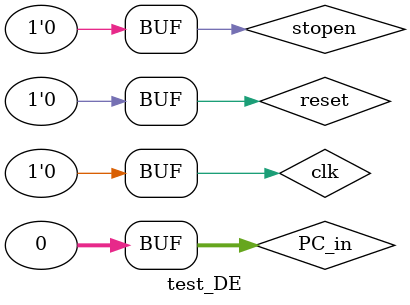
<source format=v>
`timescale 1ns / 1ps


module test_DE;

	// Inputs
	reg clk;
	reg reset;
	reg stopen;
	reg [31:0] PC_in;

	// Outputs
	wire [31:0] PC_out;

	// Instantiate the Unit Under Test (UUT)
	pipe_pc_DE uut (
		.clk(clk), 
		.reset(reset), 
		.stopen(stopen), 
		.PC_in(PC_in), 
		.PC_out(PC_out)
	);

	initial begin
		// Initialize Inputs
		clk = 0;
		reset = 0;
		stopen = 0;
		PC_in = 0;

		// Wait 100 ns for global reset to finish
		#100;
        
		// Add stimulus here

	end
      
endmodule


</source>
